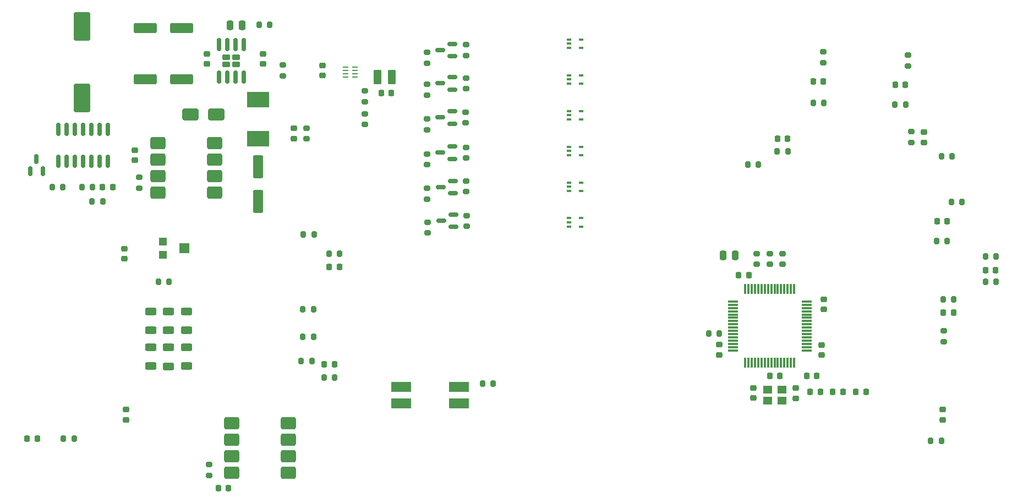
<source format=gtp>
%TF.GenerationSoftware,KiCad,Pcbnew,8.0.8-8.0.8-0~ubuntu24.04.1*%
%TF.CreationDate,2025-02-12T10:46:20-05:00*%
%TF.ProjectId,Strojni_posuv,5374726f-6a6e-4695-9f70-6f7375762e6b,rev?*%
%TF.SameCoordinates,Original*%
%TF.FileFunction,Paste,Top*%
%TF.FilePolarity,Positive*%
%FSLAX46Y46*%
G04 Gerber Fmt 4.6, Leading zero omitted, Abs format (unit mm)*
G04 Created by KiCad (PCBNEW 8.0.8-8.0.8-0~ubuntu24.04.1) date 2025-02-12 10:46:20*
%MOMM*%
%LPD*%
G01*
G04 APERTURE LIST*
G04 Aperture macros list*
%AMRoundRect*
0 Rectangle with rounded corners*
0 $1 Rounding radius*
0 $2 $3 $4 $5 $6 $7 $8 $9 X,Y pos of 4 corners*
0 Add a 4 corners polygon primitive as box body*
4,1,4,$2,$3,$4,$5,$6,$7,$8,$9,$2,$3,0*
0 Add four circle primitives for the rounded corners*
1,1,$1+$1,$2,$3*
1,1,$1+$1,$4,$5*
1,1,$1+$1,$6,$7*
1,1,$1+$1,$8,$9*
0 Add four rect primitives between the rounded corners*
20,1,$1+$1,$2,$3,$4,$5,0*
20,1,$1+$1,$4,$5,$6,$7,0*
20,1,$1+$1,$6,$7,$8,$9,0*
20,1,$1+$1,$8,$9,$2,$3,0*%
G04 Aperture macros list end*
%ADD10RoundRect,0.250000X1.500000X0.550000X-1.500000X0.550000X-1.500000X-0.550000X1.500000X-0.550000X0*%
%ADD11RoundRect,0.150000X0.150000X-0.587500X0.150000X0.587500X-0.150000X0.587500X-0.150000X-0.587500X0*%
%ADD12RoundRect,0.200000X0.200000X0.275000X-0.200000X0.275000X-0.200000X-0.275000X0.200000X-0.275000X0*%
%ADD13RoundRect,0.200000X0.275000X-0.200000X0.275000X0.200000X-0.275000X0.200000X-0.275000X-0.200000X0*%
%ADD14RoundRect,0.225000X-0.225000X-0.250000X0.225000X-0.250000X0.225000X0.250000X-0.225000X0.250000X0*%
%ADD15RoundRect,0.200000X-0.275000X0.200000X-0.275000X-0.200000X0.275000X-0.200000X0.275000X0.200000X0*%
%ADD16RoundRect,0.200000X-0.200000X-0.275000X0.200000X-0.275000X0.200000X0.275000X-0.200000X0.275000X0*%
%ADD17R,1.400000X1.200000*%
%ADD18RoundRect,0.150000X0.587500X0.150000X-0.587500X0.150000X-0.587500X-0.150000X0.587500X-0.150000X0*%
%ADD19RoundRect,0.250000X0.625000X-0.312500X0.625000X0.312500X-0.625000X0.312500X-0.625000X-0.312500X0*%
%ADD20RoundRect,0.225000X-0.250000X0.225000X-0.250000X-0.225000X0.250000X-0.225000X0.250000X0.225000X0*%
%ADD21RoundRect,0.100000X-0.225000X-0.100000X0.225000X-0.100000X0.225000X0.100000X-0.225000X0.100000X0*%
%ADD22RoundRect,0.218750X0.256250X-0.218750X0.256250X0.218750X-0.256250X0.218750X-0.256250X-0.218750X0*%
%ADD23RoundRect,0.225000X0.250000X-0.225000X0.250000X0.225000X-0.250000X0.225000X-0.250000X-0.225000X0*%
%ADD24RoundRect,0.250000X1.000000X0.650000X-1.000000X0.650000X-1.000000X-0.650000X1.000000X-0.650000X0*%
%ADD25RoundRect,0.250000X-0.375000X-0.850000X0.375000X-0.850000X0.375000X0.850000X-0.375000X0.850000X0*%
%ADD26RoundRect,0.250000X-0.250000X-0.475000X0.250000X-0.475000X0.250000X0.475000X-0.250000X0.475000X0*%
%ADD27RoundRect,0.250000X0.250000X0.475000X-0.250000X0.475000X-0.250000X-0.475000X0.250000X-0.475000X0*%
%ADD28RoundRect,0.230000X-0.375000X0.230000X-0.375000X-0.230000X0.375000X-0.230000X0.375000X0.230000X0*%
%ADD29RoundRect,0.150000X-0.150000X0.825000X-0.150000X-0.825000X0.150000X-0.825000X0.150000X0.825000X0*%
%ADD30RoundRect,0.218750X-0.218750X-0.256250X0.218750X-0.256250X0.218750X0.256250X-0.218750X0.256250X0*%
%ADD31RoundRect,0.225000X0.225000X0.250000X-0.225000X0.250000X-0.225000X-0.250000X0.225000X-0.250000X0*%
%ADD32RoundRect,0.062500X-0.337500X-0.062500X0.337500X-0.062500X0.337500X0.062500X-0.337500X0.062500X0*%
%ADD33RoundRect,0.150000X0.150000X-0.825000X0.150000X0.825000X-0.150000X0.825000X-0.150000X-0.825000X0*%
%ADD34RoundRect,0.250000X1.000000X-1.950000X1.000000X1.950000X-1.000000X1.950000X-1.000000X-1.950000X0*%
%ADD35RoundRect,0.250000X0.900000X0.675000X-0.900000X0.675000X-0.900000X-0.675000X0.900000X-0.675000X0*%
%ADD36R,1.200000X1.200000*%
%ADD37R,1.500000X1.600000*%
%ADD38RoundRect,0.075000X0.075000X-0.700000X0.075000X0.700000X-0.075000X0.700000X-0.075000X-0.700000X0*%
%ADD39RoundRect,0.075000X0.700000X-0.075000X0.700000X0.075000X-0.700000X0.075000X-0.700000X-0.075000X0*%
%ADD40RoundRect,0.218750X0.218750X0.256250X-0.218750X0.256250X-0.218750X-0.256250X0.218750X-0.256250X0*%
%ADD41RoundRect,0.250000X-0.550000X1.500000X-0.550000X-1.500000X0.550000X-1.500000X0.550000X1.500000X0*%
%ADD42R,3.500000X2.350000*%
%ADD43R,3.100000X1.600000*%
G04 APERTURE END LIST*
D10*
%TO.C,C19*%
X87800000Y-35500000D03*
X82200000Y-35500000D03*
%TD*%
%TO.C,C18*%
X87800000Y-43400000D03*
X82200000Y-43400000D03*
%TD*%
D11*
%TO.C,Q7*%
X64500000Y-57500000D03*
X66400000Y-57500000D03*
X65450000Y-55625000D03*
%TD*%
D12*
%TO.C,R3*%
X108150000Y-67250000D03*
X106500000Y-67250000D03*
%TD*%
D13*
%TO.C,R44*%
X116000000Y-50325000D03*
X116000000Y-48675000D03*
%TD*%
D14*
%TO.C,C33*%
X184975000Y-43750000D03*
X186525000Y-43750000D03*
%TD*%
D15*
%TO.C,R25*%
X131500000Y-38075000D03*
X131500000Y-39725000D03*
%TD*%
%TO.C,R10*%
X200000000Y-51425000D03*
X200000000Y-53075000D03*
%TD*%
%TO.C,R34*%
X131500000Y-59000000D03*
X131500000Y-60650000D03*
%TD*%
D16*
%TO.C,R42*%
X84175000Y-74500000D03*
X85825000Y-74500000D03*
%TD*%
D17*
%TO.C,Y1*%
X177900000Y-92850000D03*
X180100000Y-92850000D03*
X180100000Y-91150000D03*
X177900000Y-91150000D03*
%TD*%
D18*
%TO.C,Q5*%
X129500000Y-60900000D03*
X129500000Y-59000000D03*
X127625000Y-59950000D03*
%TD*%
D19*
%TO.C,R24*%
X88500000Y-87500000D03*
X88500000Y-84575000D03*
%TD*%
D16*
%TO.C,R33*%
X67850000Y-60000000D03*
X69500000Y-60000000D03*
%TD*%
D20*
%TO.C,C17*%
X91655000Y-39450000D03*
X91655000Y-41000000D03*
%TD*%
D21*
%TO.C,U12*%
X147350000Y-37250000D03*
X147350000Y-37900000D03*
X147350000Y-38550000D03*
X149250000Y-38550000D03*
X149250000Y-37250000D03*
%TD*%
D15*
%TO.C,R51*%
X186500000Y-39175000D03*
X186500000Y-40825000D03*
%TD*%
D13*
%TO.C,R46*%
X116000000Y-46825000D03*
X116000000Y-45175000D03*
%TD*%
D16*
%TO.C,R53*%
X203925000Y-68250000D03*
X205575000Y-68250000D03*
%TD*%
D19*
%TO.C,R19*%
X85750000Y-82000000D03*
X85750000Y-79075000D03*
%TD*%
D22*
%TO.C,D1*%
X204825000Y-95787500D03*
X204825000Y-94212500D03*
%TD*%
D12*
%TO.C,R40*%
X135705000Y-90230000D03*
X134055000Y-90230000D03*
%TD*%
D18*
%TO.C,Q6*%
X129625000Y-66075000D03*
X129625000Y-64175000D03*
X127750000Y-65125000D03*
%TD*%
D16*
%TO.C,R43*%
X72400000Y-60000000D03*
X74050000Y-60000000D03*
%TD*%
D15*
%TO.C,R14*%
X178250000Y-70175000D03*
X178250000Y-71825000D03*
%TD*%
D21*
%TO.C,U9*%
X147350000Y-64750000D03*
X147350000Y-65400000D03*
X147350000Y-66050000D03*
X149250000Y-66050000D03*
X149250000Y-64750000D03*
%TD*%
D12*
%TO.C,R47*%
X108075000Y-78750000D03*
X106425000Y-78750000D03*
%TD*%
D16*
%TO.C,R9*%
X174850000Y-56500000D03*
X176500000Y-56500000D03*
%TD*%
D20*
%TO.C,C2*%
X186600000Y-77225000D03*
X186600000Y-78775000D03*
%TD*%
D15*
%TO.C,R31*%
X131500000Y-53850000D03*
X131500000Y-55500000D03*
%TD*%
D23*
%TO.C,C27*%
X80600000Y-55860000D03*
X80600000Y-54310000D03*
%TD*%
D15*
%TO.C,R32*%
X125500000Y-54850000D03*
X125500000Y-56500000D03*
%TD*%
D19*
%TO.C,R23*%
X85750000Y-87537500D03*
X85750000Y-84612500D03*
%TD*%
D15*
%TO.C,R52*%
X199500000Y-39675000D03*
X199500000Y-41325000D03*
%TD*%
D12*
%TO.C,R55*%
X213075000Y-74500000D03*
X211425000Y-74500000D03*
%TD*%
D15*
%TO.C,R26*%
X125500000Y-39250000D03*
X125500000Y-40900000D03*
%TD*%
%TO.C,R12*%
X107000000Y-50900000D03*
X107000000Y-52550000D03*
%TD*%
%TO.C,R30*%
X125500000Y-49500000D03*
X125500000Y-51150000D03*
%TD*%
D13*
%TO.C,R17*%
X103310000Y-42825000D03*
X103310000Y-41175000D03*
%TD*%
D12*
%TO.C,R11*%
X206325000Y-55250000D03*
X204675000Y-55250000D03*
%TD*%
D23*
%TO.C,C23*%
X100310000Y-41000000D03*
X100310000Y-39450000D03*
%TD*%
%TO.C,C28*%
X79250000Y-95750000D03*
X79250000Y-94200000D03*
%TD*%
D16*
%TO.C,R56*%
X211425000Y-70675000D03*
X213075000Y-70675000D03*
%TD*%
D21*
%TO.C,U14*%
X147350000Y-42750000D03*
X147350000Y-43400000D03*
X147350000Y-44050000D03*
X149250000Y-44050000D03*
X149250000Y-42750000D03*
%TD*%
D20*
%TO.C,C30*%
X182250000Y-90900000D03*
X182250000Y-92450000D03*
%TD*%
D24*
%TO.C,D3*%
X93100000Y-48800000D03*
X89100000Y-48800000D03*
%TD*%
D14*
%TO.C,C35*%
X204000000Y-65250000D03*
X205550000Y-65250000D03*
%TD*%
D21*
%TO.C,U11*%
X147350000Y-53750000D03*
X147350000Y-54400000D03*
X147350000Y-55050000D03*
X149250000Y-55050000D03*
X149250000Y-53750000D03*
%TD*%
D15*
%TO.C,R13*%
X176250000Y-70175000D03*
X176250000Y-71825000D03*
%TD*%
D25*
%TO.C,L2*%
X117925000Y-43000000D03*
X120075000Y-43000000D03*
%TD*%
D16*
%TO.C,R18*%
X99675000Y-35000000D03*
X101325000Y-35000000D03*
%TD*%
D12*
%TO.C,R2*%
X112075000Y-70250000D03*
X110425000Y-70250000D03*
%TD*%
D26*
%TO.C,C20*%
X95205000Y-35095000D03*
X97105000Y-35095000D03*
%TD*%
D14*
%TO.C,C13*%
X179450000Y-52500000D03*
X181000000Y-52500000D03*
%TD*%
D15*
%TO.C,R35*%
X125500000Y-60175000D03*
X125500000Y-61825000D03*
%TD*%
%TO.C,R29*%
X131425000Y-48425000D03*
X131425000Y-50075000D03*
%TD*%
D14*
%TO.C,C6*%
X183950000Y-89000000D03*
X185500000Y-89000000D03*
%TD*%
D12*
%TO.C,R41*%
X75650000Y-62200000D03*
X74000000Y-62200000D03*
%TD*%
D16*
%TO.C,R4*%
X109675000Y-89250000D03*
X111325000Y-89250000D03*
%TD*%
D27*
%TO.C,C5*%
X172950000Y-70500000D03*
X171050000Y-70500000D03*
%TD*%
D28*
%TO.C,U2*%
X96155000Y-39955000D03*
X94655000Y-39955000D03*
X96155000Y-41095000D03*
X94655000Y-41095000D03*
D29*
X97310000Y-38050000D03*
X96040000Y-38050000D03*
X94770000Y-38050000D03*
X93500000Y-38050000D03*
X93500000Y-43000000D03*
X94770000Y-43000000D03*
X96040000Y-43000000D03*
X97310000Y-43000000D03*
%TD*%
D30*
%TO.C,FB1*%
X187962500Y-91500000D03*
X189537500Y-91500000D03*
%TD*%
D20*
%TO.C,C14*%
X202000000Y-51525000D03*
X202000000Y-53075000D03*
%TD*%
D31*
%TO.C,C7*%
X186025000Y-91500000D03*
X184475000Y-91500000D03*
%TD*%
D14*
%TO.C,C4*%
X173475000Y-73500000D03*
X175025000Y-73500000D03*
%TD*%
D12*
%TO.C,R48*%
X108075000Y-83000000D03*
X106425000Y-83000000D03*
%TD*%
D23*
%TO.C,C1*%
X170500000Y-85775000D03*
X170500000Y-84225000D03*
%TD*%
D13*
%TO.C,R39*%
X81250000Y-60135000D03*
X81250000Y-58485000D03*
%TD*%
D19*
%TO.C,R21*%
X83000000Y-82000000D03*
X83000000Y-79075000D03*
%TD*%
D23*
%TO.C,C25*%
X79000000Y-71000000D03*
X79000000Y-69450000D03*
%TD*%
D32*
%TO.C,U8*%
X113000000Y-41500000D03*
X113000000Y-42000000D03*
X113000000Y-42500000D03*
X113000000Y-43000000D03*
X114450000Y-43000000D03*
X114450000Y-42500000D03*
X114450000Y-42000000D03*
X114450000Y-41500000D03*
%TD*%
D14*
%TO.C,C9*%
X178250000Y-89000000D03*
X179800000Y-89000000D03*
%TD*%
D33*
%TO.C,U7*%
X68830000Y-56012500D03*
X70100000Y-56012500D03*
X71370000Y-56012500D03*
X72640000Y-56012500D03*
X73910000Y-56012500D03*
X75180000Y-56012500D03*
X76450000Y-56012500D03*
X76450000Y-51062500D03*
X75180000Y-51062500D03*
X73910000Y-51062500D03*
X72640000Y-51062500D03*
X71370000Y-51062500D03*
X70100000Y-51062500D03*
X68830000Y-51062500D03*
%TD*%
D13*
%TO.C,R38*%
X92000000Y-104325000D03*
X92000000Y-102675000D03*
%TD*%
D16*
%TO.C,R50*%
X197500000Y-47250000D03*
X199150000Y-47250000D03*
%TD*%
%TO.C,R1*%
X168850000Y-82500000D03*
X170500000Y-82500000D03*
%TD*%
D31*
%TO.C,C12*%
X206525000Y-79250000D03*
X204975000Y-79250000D03*
%TD*%
D34*
%TO.C,C24*%
X72450000Y-46250000D03*
X72450000Y-35250000D03*
%TD*%
D20*
%TO.C,C3*%
X186250000Y-84250000D03*
X186250000Y-85800000D03*
%TD*%
D31*
%TO.C,C26*%
X94975000Y-106250000D03*
X93425000Y-106250000D03*
%TD*%
D14*
%TO.C,C34*%
X197550000Y-44250000D03*
X199100000Y-44250000D03*
%TD*%
D16*
%TO.C,R45*%
X203000000Y-99000000D03*
X204650000Y-99000000D03*
%TD*%
D31*
%TO.C,C36*%
X213025000Y-72750000D03*
X211475000Y-72750000D03*
%TD*%
D18*
%TO.C,Q2*%
X129437500Y-50200000D03*
X129437500Y-48300000D03*
X127562500Y-49250000D03*
%TD*%
D15*
%TO.C,R36*%
X131625000Y-64350000D03*
X131625000Y-66000000D03*
%TD*%
D35*
%TO.C,U5*%
X92850000Y-60810000D03*
X92850000Y-58270000D03*
X92850000Y-55730000D03*
X92850000Y-53190000D03*
X84150000Y-53190000D03*
X84150000Y-55730000D03*
X84150000Y-58270000D03*
X84150000Y-60810000D03*
%TD*%
D16*
%TO.C,R49*%
X184925000Y-47000000D03*
X186575000Y-47000000D03*
%TD*%
D14*
%TO.C,C8*%
X191500000Y-91500000D03*
X193050000Y-91500000D03*
%TD*%
D36*
%TO.C,RV1*%
X84900000Y-68350000D03*
D37*
X88150000Y-69350000D03*
D36*
X84900000Y-70350000D03*
%TD*%
D14*
%TO.C,C11*%
X109725000Y-87250000D03*
X111275000Y-87250000D03*
%TD*%
D38*
%TO.C,U1*%
X174500000Y-87000000D03*
X175000000Y-87000000D03*
X175500000Y-87000000D03*
X176000000Y-87000000D03*
X176500000Y-87000000D03*
X177000000Y-87000000D03*
X177500000Y-87000000D03*
X178000000Y-87000000D03*
X178500000Y-87000000D03*
X179000000Y-87000000D03*
X179500000Y-87000000D03*
X180000000Y-87000000D03*
X180500000Y-87000000D03*
X181000000Y-87000000D03*
X181500000Y-87000000D03*
X182000000Y-87000000D03*
D39*
X183925000Y-85075000D03*
X183925000Y-84575000D03*
X183925000Y-84075000D03*
X183925000Y-83575000D03*
X183925000Y-83075000D03*
X183925000Y-82575000D03*
X183925000Y-82075000D03*
X183925000Y-81575000D03*
X183925000Y-81075000D03*
X183925000Y-80575000D03*
X183925000Y-80075000D03*
X183925000Y-79575000D03*
X183925000Y-79075000D03*
X183925000Y-78575000D03*
X183925000Y-78075000D03*
X183925000Y-77575000D03*
D38*
X182000000Y-75650000D03*
X181500000Y-75650000D03*
X181000000Y-75650000D03*
X180500000Y-75650000D03*
X180000000Y-75650000D03*
X179500000Y-75650000D03*
X179000000Y-75650000D03*
X178500000Y-75650000D03*
X178000000Y-75650000D03*
X177500000Y-75650000D03*
X177000000Y-75650000D03*
X176500000Y-75650000D03*
X176000000Y-75650000D03*
X175500000Y-75650000D03*
X175000000Y-75650000D03*
X174500000Y-75650000D03*
D39*
X172575000Y-77575000D03*
X172575000Y-78075000D03*
X172575000Y-78575000D03*
X172575000Y-79075000D03*
X172575000Y-79575000D03*
X172575000Y-80075000D03*
X172575000Y-80575000D03*
X172575000Y-81075000D03*
X172575000Y-81575000D03*
X172575000Y-82075000D03*
X172575000Y-82575000D03*
X172575000Y-83075000D03*
X172575000Y-83575000D03*
X172575000Y-84075000D03*
X172575000Y-84575000D03*
X172575000Y-85075000D03*
%TD*%
D21*
%TO.C,U10*%
X147350000Y-59250000D03*
X147350000Y-59900000D03*
X147350000Y-60550000D03*
X149250000Y-60550000D03*
X149250000Y-59250000D03*
%TD*%
D31*
%TO.C,C10*%
X112025000Y-72250000D03*
X110475000Y-72250000D03*
%TD*%
D40*
%TO.C,D4*%
X65587500Y-98700000D03*
X64012500Y-98700000D03*
%TD*%
D16*
%TO.C,R54*%
X206175000Y-62250000D03*
X207825000Y-62250000D03*
%TD*%
D19*
%TO.C,R22*%
X83000000Y-87500000D03*
X83000000Y-84575000D03*
%TD*%
D41*
%TO.C,C22*%
X99500000Y-56800000D03*
X99500000Y-62200000D03*
%TD*%
D31*
%TO.C,C32*%
X120050000Y-45500000D03*
X118500000Y-45500000D03*
%TD*%
D12*
%TO.C,R6*%
X206575000Y-77250000D03*
X204925000Y-77250000D03*
%TD*%
D23*
%TO.C,C29*%
X175750000Y-92425000D03*
X175750000Y-90875000D03*
%TD*%
D20*
%TO.C,C21*%
X105000000Y-50950000D03*
X105000000Y-52500000D03*
%TD*%
D42*
%TO.C,L1*%
X99500000Y-46475000D03*
X99500000Y-52525000D03*
%TD*%
D15*
%TO.C,R28*%
X125500000Y-44175000D03*
X125500000Y-45825000D03*
%TD*%
D21*
%TO.C,U13*%
X147350000Y-48250000D03*
X147350000Y-48900000D03*
X147350000Y-49550000D03*
X149250000Y-49550000D03*
X149250000Y-48250000D03*
%TD*%
D20*
%TO.C,C31*%
X109400000Y-41225000D03*
X109400000Y-42775000D03*
%TD*%
D19*
%TO.C,R20*%
X88500000Y-82000000D03*
X88500000Y-79075000D03*
%TD*%
D43*
%TO.C,U6*%
X121555000Y-90730000D03*
X121555000Y-93270000D03*
X130445000Y-93270000D03*
X130445000Y-90730000D03*
%TD*%
D13*
%TO.C,R8*%
X205000000Y-83750000D03*
X205000000Y-82100000D03*
%TD*%
D30*
%TO.C,D5*%
X75612500Y-60000000D03*
X77187500Y-60000000D03*
%TD*%
D18*
%TO.C,Q1*%
X129437500Y-39850000D03*
X129437500Y-37950000D03*
X127562500Y-38900000D03*
%TD*%
D16*
%TO.C,R7*%
X179400000Y-54500000D03*
X181050000Y-54500000D03*
%TD*%
D12*
%TO.C,R16*%
X71225000Y-98700000D03*
X69575000Y-98700000D03*
%TD*%
D15*
%TO.C,R37*%
X125625000Y-65350000D03*
X125625000Y-67000000D03*
%TD*%
D35*
%TO.C,U3*%
X104200000Y-103870000D03*
X104200000Y-101330000D03*
X104200000Y-98790000D03*
X104200000Y-96250000D03*
X95500000Y-96250000D03*
X95500000Y-98790000D03*
X95500000Y-101330000D03*
X95500000Y-103870000D03*
%TD*%
D15*
%TO.C,R15*%
X180250000Y-70175000D03*
X180250000Y-71825000D03*
%TD*%
D18*
%TO.C,Q3*%
X129437500Y-55625000D03*
X129437500Y-53725000D03*
X127562500Y-54675000D03*
%TD*%
%TO.C,Q4*%
X129437500Y-44950000D03*
X129437500Y-43050000D03*
X127562500Y-44000000D03*
%TD*%
D15*
%TO.C,R27*%
X131500000Y-43175000D03*
X131500000Y-44825000D03*
%TD*%
D16*
%TO.C,R5*%
X106175000Y-86750000D03*
X107825000Y-86750000D03*
%TD*%
M02*

</source>
